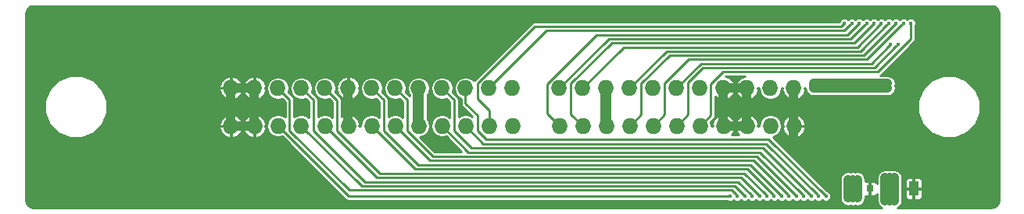
<source format=gbr>
G04 #@! TF.FileFunction,Copper,L1,Top,Signal*
%FSLAX46Y46*%
G04 Gerber Fmt 4.6, Leading zero omitted, Abs format (unit mm)*
G04 Created by KiCad (PCBNEW 4.0.6) date Mon Sep  4 14:46:53 2017*
%MOMM*%
%LPD*%
G01*
G04 APERTURE LIST*
%ADD10C,0.100000*%
%ADD11C,0.500000*%
%ADD12O,1.727200X1.727200*%
%ADD13R,1.000000X1.600000*%
%ADD14R,0.800000X0.750000*%
%ADD15C,0.400000*%
%ADD16C,1.000000*%
%ADD17C,0.300000*%
%ADD18C,1.200000*%
%ADD19C,0.250000*%
G04 APERTURE END LIST*
D10*
D11*
X128651000Y-35433000D03*
X129794000Y-34671000D03*
X131318000Y-34290000D03*
X132842000Y-34671000D03*
X134112000Y-35560000D03*
X134747000Y-36576000D03*
X132842000Y-41656000D03*
X134112000Y-40767000D03*
X134874000Y-39624000D03*
X135128000Y-38100000D03*
X40259000Y-36576000D03*
X39497000Y-35433000D03*
X38354000Y-34671000D03*
X36830000Y-34290000D03*
X35179000Y-34671000D03*
X34036000Y-35433000D03*
X33274000Y-36576000D03*
X33020000Y-38100000D03*
X33274000Y-39497000D03*
X34036000Y-40767000D03*
X35179000Y-41529000D03*
X36703000Y-41910000D03*
X38227000Y-41656000D03*
X39497000Y-40767000D03*
X40259000Y-39624000D03*
D12*
X53558000Y-40180000D03*
X53558000Y-36060000D03*
X56105000Y-40180000D03*
X56098000Y-36060000D03*
X58645000Y-40180000D03*
X58638000Y-36060000D03*
X61178000Y-40180000D03*
X61178000Y-36060000D03*
X63725000Y-40180000D03*
X63718000Y-36060000D03*
X66265000Y-40180000D03*
X66258000Y-36060000D03*
X68805000Y-40180000D03*
X68798000Y-36060000D03*
X71345000Y-40180000D03*
X71338000Y-36060000D03*
X73885000Y-40180000D03*
X73878000Y-36060000D03*
X76425000Y-40180000D03*
X76418000Y-36060000D03*
X78965000Y-40180000D03*
X78958000Y-36060000D03*
X81505000Y-40180000D03*
X81498000Y-36060000D03*
X84045000Y-40180000D03*
X84038000Y-36060000D03*
X89125000Y-40180000D03*
X89118000Y-36060000D03*
X91665000Y-40180000D03*
X91658000Y-36060000D03*
X94205000Y-40180000D03*
X94198000Y-36060000D03*
X96745000Y-40180000D03*
X96738000Y-36060000D03*
X99285000Y-40180000D03*
X99278000Y-36060000D03*
X101825000Y-40180000D03*
X101818000Y-36060000D03*
X104365000Y-40180000D03*
X104358000Y-36060000D03*
X106905000Y-40180000D03*
X106898000Y-36060000D03*
X109445000Y-40180000D03*
X109438000Y-36060000D03*
X111985000Y-40180000D03*
X111978000Y-36060000D03*
X114525000Y-40180000D03*
X114518000Y-36060000D03*
D13*
X124500000Y-47000000D03*
X127500000Y-47000000D03*
D14*
X121250000Y-47000000D03*
X122750000Y-47000000D03*
D11*
X40640000Y-38100000D03*
X124673304Y-35548245D03*
X124670631Y-36049135D03*
X124400000Y-48300000D03*
X124900000Y-48300000D03*
X125400000Y-48300000D03*
X125400000Y-47800000D03*
X125400000Y-47300000D03*
X125400000Y-46800000D03*
X125400000Y-46300000D03*
X125400000Y-45800000D03*
X124900000Y-45800000D03*
X124400000Y-45800000D03*
X121400000Y-48000000D03*
X120900000Y-48000000D03*
X120400000Y-48000000D03*
X120400000Y-47500000D03*
X121400000Y-46000000D03*
X120900000Y-46000000D03*
X120411000Y-46000000D03*
X120411000Y-46500000D03*
X120400000Y-47000000D03*
X116650000Y-35550000D03*
X116650000Y-36050000D03*
X117150000Y-36050000D03*
X120911000Y-36050000D03*
X121400000Y-36050000D03*
X121400000Y-35550000D03*
X117150000Y-35550000D03*
X120900000Y-35550000D03*
X131400000Y-42400000D03*
X130900000Y-42800000D03*
X131400000Y-45300000D03*
X131000000Y-45800000D03*
X121698841Y-43101095D03*
X115000000Y-42000000D03*
X114500000Y-42000000D03*
X114000000Y-42000000D03*
X132450000Y-45300000D03*
X131950000Y-45750000D03*
X130450000Y-45300000D03*
X129950000Y-45750000D03*
X129400000Y-45300000D03*
X128900000Y-45750000D03*
X132400000Y-42350000D03*
X131911000Y-42789000D03*
X129398883Y-42350452D03*
X130400000Y-42350000D03*
X129911000Y-42811000D03*
X128911000Y-42789000D03*
D15*
X127198132Y-28999464D03*
X126397766Y-29001705D03*
X125600675Y-29001705D03*
X122398204Y-29001705D03*
X123999439Y-29001705D03*
X123202348Y-29001705D03*
X121601113Y-29001705D03*
X125003106Y-31302444D03*
X124796530Y-29001705D03*
X125801950Y-31302444D03*
X115599248Y-47801003D03*
X116400185Y-47799711D03*
X117201122Y-47799711D03*
X108401151Y-47799711D03*
X107599646Y-47800772D03*
X109199504Y-47799711D03*
X111599731Y-47799711D03*
X110798794Y-47801003D03*
X110000441Y-47799711D03*
X113199021Y-47801003D03*
X113999958Y-47799711D03*
X114800895Y-47799711D03*
X112400668Y-47799711D03*
X117999475Y-47801003D03*
X119999877Y-29001705D03*
X120796968Y-29001705D03*
D16*
X124400000Y-48300000D02*
X124400000Y-47100000D01*
D17*
X124400000Y-47100000D02*
X124500000Y-47000000D01*
X124671549Y-35550000D02*
X124673304Y-35548245D01*
D16*
X121400000Y-35550000D02*
X124671549Y-35550000D01*
X121400000Y-36050000D02*
X124669766Y-36050000D01*
D17*
X124669766Y-36050000D02*
X124670631Y-36049135D01*
X121449426Y-36000574D02*
X121400000Y-36050000D01*
X121450000Y-35500000D02*
X121400000Y-35550000D01*
X124900000Y-48300000D02*
X124400000Y-48300000D01*
D16*
X124900000Y-48300000D02*
X124900000Y-45800000D01*
X125400000Y-47800000D02*
X125400000Y-48300000D01*
X125400000Y-47800000D02*
X125400000Y-47300000D01*
X125400000Y-46800000D02*
X125400000Y-47300000D01*
X125400000Y-46800000D02*
X125400000Y-46300000D01*
X125400000Y-45800000D02*
X125400000Y-46300000D01*
D17*
X124900000Y-45800000D02*
X125400000Y-45800000D01*
X124900000Y-45800000D02*
X124400000Y-45800000D01*
D16*
X124400000Y-45800000D02*
X124400000Y-46900000D01*
D17*
X124400000Y-46900000D02*
X124500000Y-47000000D01*
X120400000Y-47000000D02*
X121250000Y-47000000D01*
X120400000Y-48000000D02*
X120400000Y-47000000D01*
D16*
X120900000Y-48000000D02*
X120900000Y-46000000D01*
X121400000Y-48000000D02*
X121400000Y-46000000D01*
X120411000Y-46500000D02*
X120411000Y-46000000D01*
X120400000Y-47000000D02*
X120400000Y-46511000D01*
D17*
X120400000Y-46511000D02*
X120411000Y-46500000D01*
D16*
X120400000Y-47500000D02*
X120400000Y-47000000D01*
X120400000Y-48000000D02*
X120400000Y-47500000D01*
D17*
X120400000Y-48000000D02*
X120400000Y-47850000D01*
D16*
X120911000Y-36050000D02*
X121400000Y-36050000D01*
X121400000Y-35550000D02*
X120900000Y-35550000D01*
X121400000Y-35550000D02*
X121400000Y-36050000D01*
D17*
X120911000Y-36050000D02*
X120911000Y-35561000D01*
X120911000Y-35561000D02*
X120900000Y-35550000D01*
D16*
X116650000Y-35550000D02*
X116650000Y-36050000D01*
D17*
X117150000Y-35550000D02*
X117150000Y-36050000D01*
D16*
X117150000Y-35550000D02*
X116650000Y-35550000D01*
X117150000Y-36050000D02*
X116650000Y-36050000D01*
X120911000Y-36050000D02*
X117150000Y-36050000D01*
X120900000Y-35550000D02*
X117150000Y-35550000D01*
D18*
X73878000Y-36060000D02*
X73878000Y-40173000D01*
D17*
X73878000Y-40173000D02*
X73885000Y-40180000D01*
D18*
X94198000Y-36060000D02*
X94198000Y-40173000D01*
D17*
X94198000Y-40173000D02*
X94205000Y-40180000D01*
D16*
X109438000Y-36060000D02*
X109438000Y-38000000D01*
X109438000Y-38000000D02*
X109438000Y-40173000D01*
D17*
X109500000Y-37500000D02*
X109500000Y-37853553D01*
X109500000Y-37853553D02*
X109438000Y-37915553D01*
X109438000Y-37915553D02*
X109438000Y-38000000D01*
D16*
X106898000Y-36060000D02*
X106898000Y-37450000D01*
X106898000Y-37450000D02*
X106898000Y-40173000D01*
D19*
X106948000Y-37500000D02*
X106898000Y-37450000D01*
D16*
X114500000Y-42000000D02*
X114500000Y-40205000D01*
D17*
X114500000Y-40205000D02*
X114525000Y-40180000D01*
D16*
X66258000Y-36060000D02*
X66258000Y-40173000D01*
D17*
X66258000Y-40173000D02*
X66265000Y-40180000D01*
D16*
X56098000Y-36060000D02*
X53558000Y-36060000D01*
X53558000Y-40180000D02*
X53558000Y-36060000D01*
X56105000Y-40180000D02*
X53558000Y-40180000D01*
X56098000Y-36060000D02*
X56098000Y-40173000D01*
D17*
X56098000Y-40173000D02*
X56105000Y-40180000D01*
D16*
X114518000Y-36060000D02*
X114518000Y-40173000D01*
D17*
X114518000Y-40173000D02*
X114525000Y-40180000D01*
D16*
X109445000Y-40180000D02*
X106905000Y-40180000D01*
X106898000Y-36060000D02*
X109438000Y-36060000D01*
D17*
X109438000Y-40173000D02*
X109445000Y-40180000D01*
X106898000Y-40173000D02*
X106905000Y-40180000D01*
D19*
X104365000Y-40180000D02*
X105546601Y-38998399D01*
X127198132Y-29282306D02*
X127198132Y-28999464D01*
X105546601Y-38998399D02*
X105546601Y-35652269D01*
X105546601Y-35652269D02*
X106898870Y-34300000D01*
X123596050Y-34300000D02*
X127198132Y-30697918D01*
X106898870Y-34300000D02*
X123596050Y-34300000D01*
X127198132Y-30697918D02*
X127198132Y-29282306D01*
X122449504Y-32949967D02*
X126197767Y-29201704D01*
X100544735Y-38920265D02*
X100544735Y-35574135D01*
X103168903Y-32949967D02*
X122449504Y-32949967D01*
X100544735Y-35574135D02*
X103168903Y-32949967D01*
X99285000Y-40180000D02*
X100544735Y-38920265D01*
X126197767Y-29201704D02*
X126397766Y-29001705D01*
X101078914Y-32499956D02*
X122102424Y-32499956D01*
X122102424Y-32499956D02*
X125400676Y-29201704D01*
X98009104Y-35569766D02*
X101078914Y-32499956D01*
X125400676Y-29201704D02*
X125600675Y-29001705D01*
X98009104Y-38915896D02*
X98009104Y-35569766D01*
X96745000Y-40180000D02*
X98009104Y-38915896D01*
X122198205Y-29201704D02*
X122398204Y-29001705D01*
X89118000Y-36060000D02*
X94478088Y-30699912D01*
X120699997Y-30699912D02*
X122198205Y-29201704D01*
X94478088Y-30699912D02*
X120699997Y-30699912D01*
X123799440Y-29201704D02*
X123999439Y-29001705D01*
X121401210Y-31599934D02*
X123799440Y-29201704D01*
X91658000Y-36060000D02*
X96118066Y-31599934D01*
X96118066Y-31599934D02*
X121401210Y-31599934D01*
X91665000Y-40180000D02*
X90392381Y-38907381D01*
X121054130Y-31149923D02*
X123002349Y-29201704D01*
X94808947Y-31149923D02*
X121054130Y-31149923D01*
X90392381Y-35566489D02*
X94808947Y-31149923D01*
X90392381Y-38907381D02*
X90392381Y-35566489D01*
X123002349Y-29201704D02*
X123202348Y-29001705D01*
X93168969Y-30249901D02*
X120352917Y-30249901D01*
X121401114Y-29201704D02*
X121601113Y-29001705D01*
X87788708Y-35630162D02*
X93168969Y-30249901D01*
X120352917Y-30249901D02*
X121401114Y-29201704D01*
X87788708Y-38843708D02*
X87788708Y-35630162D01*
X89125000Y-40180000D02*
X87788708Y-38843708D01*
X124803107Y-31502443D02*
X125003106Y-31302444D01*
X122905572Y-33399978D02*
X124803107Y-31502443D01*
X104478022Y-33399978D02*
X122905572Y-33399978D01*
X101818000Y-36060000D02*
X104478022Y-33399978D01*
X96738000Y-36060000D02*
X100748055Y-32049945D01*
X121748290Y-32049945D02*
X124596531Y-29201704D01*
X100748055Y-32049945D02*
X121748290Y-32049945D01*
X124596531Y-29201704D02*
X124796530Y-29001705D01*
X125601951Y-31502443D02*
X125801950Y-31302444D01*
X123254405Y-33849989D02*
X125601951Y-31502443D01*
X103080367Y-35436023D02*
X104666401Y-33849989D01*
X103080367Y-38924633D02*
X103080367Y-35436023D01*
X104666401Y-33849989D02*
X123254405Y-33849989D01*
X101825000Y-40180000D02*
X103080367Y-38924633D01*
X115399249Y-47601004D02*
X115599248Y-47801003D01*
X79283273Y-43038273D02*
X110836518Y-43038273D01*
X76425000Y-40180000D02*
X79283273Y-43038273D01*
X110836518Y-43038273D02*
X115399249Y-47601004D01*
X76418000Y-36060000D02*
X77701234Y-37343234D01*
X77701234Y-37343234D02*
X77701234Y-40675364D01*
X116200186Y-47599712D02*
X116400185Y-47799711D01*
X77701234Y-40675364D02*
X79611320Y-42585450D01*
X79611320Y-42585450D02*
X111185924Y-42585450D01*
X111185924Y-42585450D02*
X116200186Y-47599712D01*
X117001123Y-47599712D02*
X117201122Y-47799711D01*
X80909145Y-42124145D02*
X111525556Y-42124145D01*
X78965000Y-40180000D02*
X80909145Y-42124145D01*
X111525556Y-42124145D02*
X117001123Y-47599712D01*
X108201152Y-47599712D02*
X108401151Y-47799711D01*
X107777350Y-47175910D02*
X108201152Y-47599712D01*
X66384120Y-47175910D02*
X107777350Y-47175910D01*
X59909061Y-40700851D02*
X66384120Y-47175910D01*
X59909061Y-37331061D02*
X59909061Y-40700851D01*
X58638000Y-36060000D02*
X59909061Y-37331061D01*
X107316804Y-47800772D02*
X107599646Y-47800772D01*
X66265772Y-47800772D02*
X107316804Y-47800772D01*
X58645000Y-40180000D02*
X66265772Y-47800772D01*
X108999505Y-47599712D02*
X109199504Y-47799711D01*
X67723899Y-46725899D02*
X108125692Y-46725899D01*
X61178000Y-40180000D02*
X67723899Y-46725899D01*
X108125692Y-46725899D02*
X108999505Y-47599712D01*
X111399732Y-47599712D02*
X111599731Y-47799711D01*
X109144305Y-45344285D02*
X111399732Y-47599712D01*
X69670155Y-45344285D02*
X109144305Y-45344285D01*
X65018967Y-40693097D02*
X69670155Y-45344285D01*
X65018967Y-37360967D02*
X65018967Y-40693097D01*
X63718000Y-36060000D02*
X65018967Y-37360967D01*
X110598795Y-47601004D02*
X110798794Y-47801003D01*
X69350487Y-45805487D02*
X108803278Y-45805487D01*
X63725000Y-40180000D02*
X69350487Y-45805487D01*
X108803278Y-45805487D02*
X110598795Y-47601004D01*
X109800442Y-47599712D02*
X110000441Y-47799711D01*
X108476618Y-46275888D02*
X109800442Y-47599712D01*
X68061758Y-46275888D02*
X108476618Y-46275888D01*
X62471887Y-40686017D02*
X68061758Y-46275888D01*
X62471887Y-37353887D02*
X62471887Y-40686017D01*
X61178000Y-36060000D02*
X62471887Y-37353887D01*
X73827750Y-44421880D02*
X109819898Y-44421880D01*
X70083679Y-37345679D02*
X70083679Y-40677809D01*
X70083679Y-40677809D02*
X73827750Y-44421880D01*
X68798000Y-36060000D02*
X70083679Y-37345679D01*
X109819898Y-44421880D02*
X112999022Y-47601004D01*
X112999022Y-47601004D02*
X113199021Y-47801003D01*
X113799959Y-47599712D02*
X113999958Y-47799711D01*
X71345000Y-40180000D02*
X75125678Y-43960678D01*
X75125678Y-43960678D02*
X110160925Y-43960678D01*
X110160925Y-43960678D02*
X113799959Y-47599712D01*
X110500660Y-43499476D02*
X114600896Y-47599712D01*
X75445346Y-43499476D02*
X110500660Y-43499476D01*
X72629648Y-40683778D02*
X75445346Y-43499476D01*
X72629648Y-37351648D02*
X72629648Y-40683778D01*
X71338000Y-36060000D02*
X72629648Y-37351648D01*
X114600896Y-47599712D02*
X114800895Y-47799711D01*
X112200669Y-47599712D02*
X112400668Y-47799711D01*
X73508083Y-44883083D02*
X109484040Y-44883083D01*
X68805000Y-40180000D02*
X73508083Y-44883083D01*
X109484040Y-44883083D02*
X112200669Y-47599712D01*
X117999475Y-47801003D02*
X111799095Y-41600623D01*
X111799095Y-41600623D02*
X81166493Y-41600623D01*
X80238830Y-39029607D02*
X78958000Y-37748777D01*
X81166493Y-41600623D02*
X80238830Y-40672960D01*
X80238830Y-40672960D02*
X80238830Y-39029607D01*
X78958000Y-37748777D02*
X78958000Y-36060000D01*
X81505000Y-40180000D02*
X81505000Y-38498936D01*
X86458262Y-29340608D02*
X119666303Y-29340608D01*
X81505000Y-38498936D02*
X80249001Y-37242937D01*
X80249001Y-37242937D02*
X80249001Y-35549869D01*
X80249001Y-35549869D02*
X86458262Y-29340608D01*
X119666303Y-29340608D02*
X119999877Y-29007034D01*
X119999877Y-29007034D02*
X119999877Y-29001705D01*
X120596969Y-29201704D02*
X120796968Y-29001705D01*
X87758110Y-29799890D02*
X119998783Y-29799890D01*
X81498000Y-36060000D02*
X87758110Y-29799890D01*
X119998783Y-29799890D02*
X120596969Y-29201704D01*
G36*
X136200426Y-27190563D02*
X136463594Y-27366406D01*
X136639437Y-27629574D01*
X136710000Y-27984319D01*
X136710000Y-48215681D01*
X136639437Y-48570426D01*
X136463594Y-48833594D01*
X136200426Y-49009437D01*
X135845680Y-49080000D01*
X125777344Y-49080000D01*
X126018718Y-48918718D01*
X126208395Y-48634848D01*
X126275000Y-48300000D01*
X126275000Y-47131250D01*
X126575000Y-47131250D01*
X126575000Y-47884538D01*
X126639702Y-48040743D01*
X126759257Y-48160298D01*
X126915462Y-48225000D01*
X127368750Y-48225000D01*
X127475000Y-48118750D01*
X127475000Y-47025000D01*
X127525000Y-47025000D01*
X127525000Y-48118750D01*
X127631250Y-48225000D01*
X128084538Y-48225000D01*
X128240743Y-48160298D01*
X128360298Y-48040743D01*
X128425000Y-47884538D01*
X128425000Y-47131250D01*
X128318750Y-47025000D01*
X127525000Y-47025000D01*
X127475000Y-47025000D01*
X126681250Y-47025000D01*
X126575000Y-47131250D01*
X126275000Y-47131250D01*
X126275000Y-46115462D01*
X126575000Y-46115462D01*
X126575000Y-46868750D01*
X126681250Y-46975000D01*
X127475000Y-46975000D01*
X127475000Y-45881250D01*
X127525000Y-45881250D01*
X127525000Y-46975000D01*
X128318750Y-46975000D01*
X128425000Y-46868750D01*
X128425000Y-46115462D01*
X128360298Y-45959257D01*
X128240743Y-45839702D01*
X128084538Y-45775000D01*
X127631250Y-45775000D01*
X127525000Y-45881250D01*
X127475000Y-45881250D01*
X127368750Y-45775000D01*
X126915462Y-45775000D01*
X126759257Y-45839702D01*
X126639702Y-45959257D01*
X126575000Y-46115462D01*
X126275000Y-46115462D01*
X126275000Y-45800000D01*
X126208395Y-45465152D01*
X126018718Y-45181282D01*
X125734848Y-44991605D01*
X125400000Y-44925000D01*
X125150000Y-44974728D01*
X124900000Y-44925000D01*
X124650000Y-44974728D01*
X124400000Y-44925000D01*
X124065152Y-44991605D01*
X123781282Y-45181282D01*
X123591605Y-45465152D01*
X123525000Y-45800000D01*
X123525000Y-46419751D01*
X123510298Y-46384257D01*
X123390743Y-46264702D01*
X123234538Y-46200000D01*
X122881250Y-46200000D01*
X122775000Y-46306250D01*
X122775000Y-46975000D01*
X122795000Y-46975000D01*
X122795000Y-47025000D01*
X122775000Y-47025000D01*
X122775000Y-47693750D01*
X122881250Y-47800000D01*
X123234538Y-47800000D01*
X123390743Y-47735298D01*
X123510298Y-47615743D01*
X123525000Y-47580249D01*
X123525000Y-48300000D01*
X123591605Y-48634848D01*
X123781282Y-48918718D01*
X124022656Y-49080000D01*
X32175319Y-49080000D01*
X31820574Y-49009437D01*
X31557406Y-48833594D01*
X31381563Y-48570426D01*
X31311000Y-48215680D01*
X31311000Y-38768384D01*
X33382416Y-38768384D01*
X33895146Y-40009286D01*
X34843720Y-40959517D01*
X36083726Y-41474413D01*
X37426384Y-41475584D01*
X38667286Y-40962854D01*
X39224876Y-40406236D01*
X52289416Y-40406236D01*
X52299401Y-40456453D01*
X52501000Y-40917054D01*
X52863518Y-41265445D01*
X53331764Y-41448587D01*
X53533000Y-41362110D01*
X53533000Y-40205000D01*
X53583000Y-40205000D01*
X53583000Y-41362110D01*
X53784236Y-41448587D01*
X54252482Y-41265445D01*
X54615000Y-40917054D01*
X54816599Y-40456453D01*
X54826584Y-40406236D01*
X54836416Y-40406236D01*
X54846401Y-40456453D01*
X55048000Y-40917054D01*
X55410518Y-41265445D01*
X55878764Y-41448587D01*
X56080000Y-41362110D01*
X56080000Y-40205000D01*
X54922914Y-40205000D01*
X54836416Y-40406236D01*
X54826584Y-40406236D01*
X54740086Y-40205000D01*
X53583000Y-40205000D01*
X53533000Y-40205000D01*
X52375914Y-40205000D01*
X52289416Y-40406236D01*
X39224876Y-40406236D01*
X39617517Y-40014280D01*
X39642645Y-39953764D01*
X52289416Y-39953764D01*
X52375914Y-40155000D01*
X53533000Y-40155000D01*
X53533000Y-38997890D01*
X53583000Y-38997890D01*
X53583000Y-40155000D01*
X54740086Y-40155000D01*
X54826584Y-39953764D01*
X54836416Y-39953764D01*
X54922914Y-40155000D01*
X56080000Y-40155000D01*
X56080000Y-38997890D01*
X55878764Y-38911413D01*
X55410518Y-39094555D01*
X55048000Y-39442946D01*
X54846401Y-39903547D01*
X54836416Y-39953764D01*
X54826584Y-39953764D01*
X54816599Y-39903547D01*
X54615000Y-39442946D01*
X54252482Y-39094555D01*
X53784236Y-38911413D01*
X53583000Y-38997890D01*
X53533000Y-38997890D01*
X53331764Y-38911413D01*
X52863518Y-39094555D01*
X52501000Y-39442946D01*
X52299401Y-39903547D01*
X52289416Y-39953764D01*
X39642645Y-39953764D01*
X40132413Y-38774274D01*
X40133584Y-37431616D01*
X39660323Y-36286236D01*
X52289416Y-36286236D01*
X52299401Y-36336453D01*
X52501000Y-36797054D01*
X52863518Y-37145445D01*
X53331764Y-37328587D01*
X53533000Y-37242110D01*
X53533000Y-36085000D01*
X53583000Y-36085000D01*
X53583000Y-37242110D01*
X53784236Y-37328587D01*
X54252482Y-37145445D01*
X54615000Y-36797054D01*
X54816599Y-36336453D01*
X54826584Y-36286236D01*
X54829416Y-36286236D01*
X54839401Y-36336453D01*
X55041000Y-36797054D01*
X55403518Y-37145445D01*
X55871764Y-37328587D01*
X56073000Y-37242110D01*
X56073000Y-36085000D01*
X54915914Y-36085000D01*
X54829416Y-36286236D01*
X54826584Y-36286236D01*
X54740086Y-36085000D01*
X53583000Y-36085000D01*
X53533000Y-36085000D01*
X52375914Y-36085000D01*
X52289416Y-36286236D01*
X39660323Y-36286236D01*
X39620854Y-36190714D01*
X39264527Y-35833764D01*
X52289416Y-35833764D01*
X52375914Y-36035000D01*
X53533000Y-36035000D01*
X53533000Y-34877890D01*
X53583000Y-34877890D01*
X53583000Y-36035000D01*
X54740086Y-36035000D01*
X54826584Y-35833764D01*
X54829416Y-35833764D01*
X54915914Y-36035000D01*
X56073000Y-36035000D01*
X56073000Y-34877890D01*
X56123000Y-34877890D01*
X56123000Y-36035000D01*
X56143000Y-36035000D01*
X56143000Y-36085000D01*
X56123000Y-36085000D01*
X56123000Y-37242110D01*
X56324236Y-37328587D01*
X56792482Y-37145445D01*
X57155000Y-36797054D01*
X57356599Y-36336453D01*
X57366584Y-36286236D01*
X57280087Y-36085002D01*
X57380107Y-36085002D01*
X57469417Y-36533992D01*
X57737912Y-36935822D01*
X58139742Y-37204317D01*
X58613734Y-37298600D01*
X58662266Y-37298600D01*
X59085339Y-37214445D01*
X59409061Y-37538168D01*
X59409061Y-39213287D01*
X59143258Y-39035683D01*
X58669266Y-38941400D01*
X58620734Y-38941400D01*
X58146742Y-39035683D01*
X57744912Y-39304178D01*
X57476417Y-39706008D01*
X57387107Y-40154998D01*
X57287087Y-40154998D01*
X57373584Y-39953764D01*
X57363599Y-39903547D01*
X57162000Y-39442946D01*
X56799482Y-39094555D01*
X56331236Y-38911413D01*
X56130000Y-38997890D01*
X56130000Y-40155000D01*
X56150000Y-40155000D01*
X56150000Y-40205000D01*
X56130000Y-40205000D01*
X56130000Y-41362110D01*
X56331236Y-41448587D01*
X56799482Y-41265445D01*
X57162000Y-40917054D01*
X57363599Y-40456453D01*
X57373584Y-40406236D01*
X57287087Y-40205002D01*
X57387107Y-40205002D01*
X57476417Y-40653992D01*
X57744912Y-41055822D01*
X58146742Y-41324317D01*
X58620734Y-41418600D01*
X58669266Y-41418600D01*
X59092339Y-41334445D01*
X65912219Y-48154325D01*
X66074430Y-48262712D01*
X66265772Y-48300772D01*
X107304390Y-48300772D01*
X107484770Y-48375672D01*
X107713519Y-48375872D01*
X107924932Y-48288518D01*
X108000919Y-48212664D01*
X108075014Y-48286888D01*
X108286275Y-48374611D01*
X108515024Y-48374811D01*
X108726437Y-48287457D01*
X108800315Y-48213708D01*
X108873367Y-48286888D01*
X109084628Y-48374611D01*
X109313377Y-48374811D01*
X109524790Y-48287457D01*
X109599962Y-48212416D01*
X109674304Y-48286888D01*
X109885565Y-48374611D01*
X110114314Y-48374811D01*
X110325727Y-48287457D01*
X110398959Y-48214353D01*
X110472657Y-48288180D01*
X110683918Y-48375903D01*
X110912667Y-48376103D01*
X111124080Y-48288749D01*
X111199898Y-48213063D01*
X111273594Y-48286888D01*
X111484855Y-48374611D01*
X111713604Y-48374811D01*
X111925017Y-48287457D01*
X112000189Y-48212416D01*
X112074531Y-48286888D01*
X112285792Y-48374611D01*
X112514541Y-48374811D01*
X112725954Y-48287457D01*
X112799186Y-48214353D01*
X112872884Y-48288180D01*
X113084145Y-48375903D01*
X113312894Y-48376103D01*
X113524307Y-48288749D01*
X113600125Y-48213063D01*
X113673821Y-48286888D01*
X113885082Y-48374611D01*
X114113831Y-48374811D01*
X114325244Y-48287457D01*
X114400416Y-48212416D01*
X114474758Y-48286888D01*
X114686019Y-48374611D01*
X114914768Y-48374811D01*
X115126181Y-48287457D01*
X115199413Y-48214353D01*
X115273111Y-48288180D01*
X115484372Y-48375903D01*
X115713121Y-48376103D01*
X115924534Y-48288749D01*
X116000352Y-48213063D01*
X116074048Y-48286888D01*
X116285309Y-48374611D01*
X116514058Y-48374811D01*
X116725471Y-48287457D01*
X116800643Y-48212416D01*
X116874985Y-48286888D01*
X117086246Y-48374611D01*
X117314995Y-48374811D01*
X117526408Y-48287457D01*
X117599640Y-48214353D01*
X117673338Y-48288180D01*
X117884599Y-48375903D01*
X118113348Y-48376103D01*
X118324761Y-48288749D01*
X118486652Y-48127140D01*
X118574375Y-47915879D01*
X118574575Y-47687130D01*
X118487221Y-47475717D01*
X118325612Y-47313826D01*
X118143988Y-47238410D01*
X117416578Y-46511000D01*
X119525000Y-46511000D01*
X119525000Y-48000000D01*
X119591605Y-48334848D01*
X119781282Y-48618718D01*
X120065152Y-48808395D01*
X120400000Y-48875000D01*
X120650000Y-48825272D01*
X120900000Y-48875000D01*
X121150000Y-48825272D01*
X121400000Y-48875000D01*
X121734848Y-48808395D01*
X122018718Y-48618718D01*
X122208395Y-48334848D01*
X122275000Y-48000000D01*
X122275000Y-47800000D01*
X122618750Y-47800000D01*
X122725000Y-47693750D01*
X122725000Y-47025000D01*
X122705000Y-47025000D01*
X122705000Y-46975000D01*
X122725000Y-46975000D01*
X122725000Y-46306250D01*
X122618750Y-46200000D01*
X122275000Y-46200000D01*
X122275000Y-46000000D01*
X122208395Y-45665152D01*
X122018718Y-45381282D01*
X121734848Y-45191605D01*
X121400000Y-45125000D01*
X121150000Y-45174728D01*
X120900000Y-45125000D01*
X120655500Y-45173634D01*
X120411000Y-45125000D01*
X120076152Y-45191605D01*
X119792282Y-45381282D01*
X119602605Y-45665152D01*
X119536000Y-46000000D01*
X119536000Y-46455699D01*
X119525000Y-46511000D01*
X117416578Y-46511000D01*
X112271931Y-41366353D01*
X112483258Y-41324317D01*
X112885088Y-41055822D01*
X113153583Y-40653992D01*
X113242893Y-40205002D01*
X113342913Y-40205002D01*
X113256416Y-40406236D01*
X113266401Y-40456453D01*
X113468000Y-40917054D01*
X113830518Y-41265445D01*
X114298764Y-41448587D01*
X114500000Y-41362110D01*
X114500000Y-40205000D01*
X114550000Y-40205000D01*
X114550000Y-41362110D01*
X114751236Y-41448587D01*
X115219482Y-41265445D01*
X115582000Y-40917054D01*
X115783599Y-40456453D01*
X115793584Y-40406236D01*
X115707086Y-40205000D01*
X114550000Y-40205000D01*
X114500000Y-40205000D01*
X114480000Y-40205000D01*
X114480000Y-40155000D01*
X114500000Y-40155000D01*
X114500000Y-38997890D01*
X114550000Y-38997890D01*
X114550000Y-40155000D01*
X115707086Y-40155000D01*
X115793584Y-39953764D01*
X115783599Y-39903547D01*
X115582000Y-39442946D01*
X115219482Y-39094555D01*
X114751236Y-38911413D01*
X114550000Y-38997890D01*
X114500000Y-38997890D01*
X114298764Y-38911413D01*
X113830518Y-39094555D01*
X113468000Y-39442946D01*
X113266401Y-39903547D01*
X113256416Y-39953764D01*
X113342913Y-40154998D01*
X113242893Y-40154998D01*
X113153583Y-39706008D01*
X112885088Y-39304178D01*
X112483258Y-39035683D01*
X112009266Y-38941400D01*
X111960734Y-38941400D01*
X111486742Y-39035683D01*
X111084912Y-39304178D01*
X110816417Y-39706008D01*
X110727107Y-40154998D01*
X110627087Y-40154998D01*
X110713584Y-39953764D01*
X110703599Y-39903547D01*
X110502000Y-39442946D01*
X110139482Y-39094555D01*
X109671236Y-38911413D01*
X109470000Y-38997890D01*
X109470000Y-40155000D01*
X109490000Y-40155000D01*
X109490000Y-40205000D01*
X109470000Y-40205000D01*
X109470000Y-40225000D01*
X109420000Y-40225000D01*
X109420000Y-40205000D01*
X108262914Y-40205000D01*
X108176416Y-40406236D01*
X108186401Y-40456453D01*
X108388000Y-40917054D01*
X108579013Y-41100623D01*
X107770987Y-41100623D01*
X107962000Y-40917054D01*
X108163599Y-40456453D01*
X108173584Y-40406236D01*
X108087086Y-40205000D01*
X106930000Y-40205000D01*
X106930000Y-40225000D01*
X106880000Y-40225000D01*
X106880000Y-40205000D01*
X106860000Y-40205000D01*
X106860000Y-40155000D01*
X106880000Y-40155000D01*
X106880000Y-38997890D01*
X106930000Y-38997890D01*
X106930000Y-40155000D01*
X108087086Y-40155000D01*
X108173584Y-39953764D01*
X108176416Y-39953764D01*
X108262914Y-40155000D01*
X109420000Y-40155000D01*
X109420000Y-38997890D01*
X109218764Y-38911413D01*
X108750518Y-39094555D01*
X108388000Y-39442946D01*
X108186401Y-39903547D01*
X108176416Y-39953764D01*
X108173584Y-39953764D01*
X108163599Y-39903547D01*
X107962000Y-39442946D01*
X107599482Y-39094555D01*
X107131236Y-38911413D01*
X106930000Y-38997890D01*
X106880000Y-38997890D01*
X106678764Y-38911413D01*
X106210518Y-39094555D01*
X105848000Y-39442946D01*
X105646401Y-39903547D01*
X105636416Y-39953764D01*
X105722913Y-40154998D01*
X105622893Y-40154998D01*
X105535659Y-39716447D01*
X105900154Y-39351953D01*
X106008541Y-39189741D01*
X106046601Y-38998399D01*
X106046601Y-38768384D01*
X127942416Y-38768384D01*
X128455146Y-40009286D01*
X129403720Y-40959517D01*
X130643726Y-41474413D01*
X131986384Y-41475584D01*
X133227286Y-40962854D01*
X134177517Y-40014280D01*
X134692413Y-38774274D01*
X134693584Y-37431616D01*
X134180854Y-36190714D01*
X133232280Y-35240483D01*
X131992274Y-34725587D01*
X130649616Y-34724416D01*
X129408714Y-35237146D01*
X128458483Y-36185720D01*
X127943587Y-37425726D01*
X127942416Y-38768384D01*
X106046601Y-38768384D01*
X106046601Y-36994643D01*
X106203518Y-37145445D01*
X106671764Y-37328587D01*
X106873000Y-37242110D01*
X106873000Y-36085000D01*
X106923000Y-36085000D01*
X106923000Y-37242110D01*
X107124236Y-37328587D01*
X107592482Y-37145445D01*
X107955000Y-36797054D01*
X108156599Y-36336453D01*
X108166584Y-36286236D01*
X108169416Y-36286236D01*
X108179401Y-36336453D01*
X108381000Y-36797054D01*
X108743518Y-37145445D01*
X109211764Y-37328587D01*
X109413000Y-37242110D01*
X109413000Y-36085000D01*
X108255914Y-36085000D01*
X108169416Y-36286236D01*
X108166584Y-36286236D01*
X108080086Y-36085000D01*
X106923000Y-36085000D01*
X106873000Y-36085000D01*
X106853000Y-36085000D01*
X106853000Y-36035000D01*
X106873000Y-36035000D01*
X106873000Y-36015000D01*
X106923000Y-36015000D01*
X106923000Y-36035000D01*
X108080086Y-36035000D01*
X108166584Y-35833764D01*
X108156599Y-35783547D01*
X107955000Y-35322946D01*
X107592482Y-34974555D01*
X107146191Y-34800000D01*
X109189809Y-34800000D01*
X108743518Y-34974555D01*
X108381000Y-35322946D01*
X108179401Y-35783547D01*
X108169416Y-35833764D01*
X108255914Y-36035000D01*
X109413000Y-36035000D01*
X109413000Y-36015000D01*
X109463000Y-36015000D01*
X109463000Y-36035000D01*
X109483000Y-36035000D01*
X109483000Y-36085000D01*
X109463000Y-36085000D01*
X109463000Y-37242110D01*
X109664236Y-37328587D01*
X110132482Y-37145445D01*
X110495000Y-36797054D01*
X110696599Y-36336453D01*
X110706584Y-36286236D01*
X110620087Y-36085002D01*
X110720107Y-36085002D01*
X110809417Y-36533992D01*
X111077912Y-36935822D01*
X111479742Y-37204317D01*
X111953734Y-37298600D01*
X112002266Y-37298600D01*
X112476258Y-37204317D01*
X112878088Y-36935822D01*
X113146583Y-36533992D01*
X113235893Y-36085002D01*
X113335913Y-36085002D01*
X113249416Y-36286236D01*
X113259401Y-36336453D01*
X113461000Y-36797054D01*
X113823518Y-37145445D01*
X114291764Y-37328587D01*
X114493000Y-37242110D01*
X114493000Y-36085000D01*
X114473000Y-36085000D01*
X114473000Y-36035000D01*
X114493000Y-36035000D01*
X114493000Y-36015000D01*
X114543000Y-36015000D01*
X114543000Y-36035000D01*
X114563000Y-36035000D01*
X114563000Y-36085000D01*
X114543000Y-36085000D01*
X114543000Y-37242110D01*
X114744236Y-37328587D01*
X115212482Y-37145445D01*
X115575000Y-36797054D01*
X115776599Y-36336453D01*
X115786584Y-36286236D01*
X115700087Y-36085002D01*
X115781962Y-36085002D01*
X115841605Y-36384848D01*
X116031282Y-36668718D01*
X116315152Y-36858395D01*
X116650000Y-36925000D01*
X124669766Y-36925000D01*
X125004614Y-36858395D01*
X125288484Y-36668718D01*
X125478161Y-36384848D01*
X125544766Y-36050000D01*
X125495930Y-35804482D01*
X125546549Y-35550000D01*
X125479944Y-35215152D01*
X125290267Y-34931282D01*
X125006397Y-34741605D01*
X124671549Y-34675000D01*
X123917506Y-34675000D01*
X123949603Y-34653553D01*
X127551685Y-31051472D01*
X127660072Y-30889260D01*
X127677340Y-30802445D01*
X127698132Y-30697918D01*
X127698132Y-29294720D01*
X127773032Y-29114340D01*
X127773232Y-28885591D01*
X127685878Y-28674178D01*
X127524269Y-28512287D01*
X127313008Y-28424564D01*
X127084259Y-28424364D01*
X126872846Y-28511718D01*
X126796840Y-28587592D01*
X126723903Y-28514528D01*
X126512642Y-28426805D01*
X126283893Y-28426605D01*
X126072480Y-28513959D01*
X125999235Y-28587077D01*
X125926812Y-28514528D01*
X125715551Y-28426805D01*
X125486802Y-28426605D01*
X125275389Y-28513959D01*
X125198610Y-28590604D01*
X125122667Y-28514528D01*
X124911406Y-28426805D01*
X124682657Y-28426605D01*
X124471244Y-28513959D01*
X124397999Y-28587077D01*
X124325576Y-28514528D01*
X124114315Y-28426805D01*
X123885566Y-28426605D01*
X123674153Y-28513959D01*
X123600908Y-28587077D01*
X123528485Y-28514528D01*
X123317224Y-28426805D01*
X123088475Y-28426605D01*
X122877062Y-28513959D01*
X122800284Y-28590603D01*
X122724341Y-28514528D01*
X122513080Y-28426805D01*
X122284331Y-28426605D01*
X122072918Y-28513959D01*
X121999673Y-28587077D01*
X121927250Y-28514528D01*
X121715989Y-28426805D01*
X121487240Y-28426605D01*
X121275827Y-28513959D01*
X121199048Y-28590604D01*
X121123105Y-28514528D01*
X120911844Y-28426805D01*
X120683095Y-28426605D01*
X120471682Y-28513959D01*
X120398437Y-28587077D01*
X120326014Y-28514528D01*
X120114753Y-28426805D01*
X119886004Y-28426605D01*
X119674591Y-28513959D01*
X119512700Y-28675568D01*
X119444170Y-28840608D01*
X86458262Y-28840608D01*
X86266920Y-28878668D01*
X86104709Y-28987055D01*
X79895448Y-35196316D01*
X79880823Y-35218203D01*
X79858088Y-35184178D01*
X79456258Y-34915683D01*
X78982266Y-34821400D01*
X78933734Y-34821400D01*
X78459742Y-34915683D01*
X78057912Y-35184178D01*
X77789417Y-35586008D01*
X77695134Y-36060000D01*
X77789417Y-36533992D01*
X78057912Y-36935822D01*
X78458000Y-37203153D01*
X78458000Y-37748777D01*
X78477275Y-37845679D01*
X78496060Y-37940119D01*
X78604447Y-38102330D01*
X79687902Y-39185786D01*
X79463258Y-39035683D01*
X78989266Y-38941400D01*
X78940734Y-38941400D01*
X78466742Y-39035683D01*
X78201234Y-39213090D01*
X78201234Y-37343234D01*
X78163174Y-37151892D01*
X78054787Y-36989681D01*
X77588659Y-36523553D01*
X77680866Y-36060000D01*
X77586583Y-35586008D01*
X77318088Y-35184178D01*
X76916258Y-34915683D01*
X76442266Y-34821400D01*
X76393734Y-34821400D01*
X75919742Y-34915683D01*
X75517912Y-35184178D01*
X75249417Y-35586008D01*
X75155134Y-36060000D01*
X75249417Y-36533992D01*
X75517912Y-36935822D01*
X75919742Y-37204317D01*
X76393734Y-37298600D01*
X76442266Y-37298600D01*
X76865339Y-37214445D01*
X77201234Y-37550340D01*
X77201234Y-39221421D01*
X76923258Y-39035683D01*
X76449266Y-38941400D01*
X76400734Y-38941400D01*
X75926742Y-39035683D01*
X75524912Y-39304178D01*
X75256417Y-39706008D01*
X75162134Y-40180000D01*
X75256417Y-40653992D01*
X75524912Y-41055822D01*
X75926742Y-41324317D01*
X76400734Y-41418600D01*
X76449266Y-41418600D01*
X76872339Y-41334445D01*
X78537369Y-42999476D01*
X75652453Y-42999476D01*
X74044647Y-41391671D01*
X74383258Y-41324317D01*
X74785088Y-41055822D01*
X75053583Y-40653992D01*
X75147866Y-40180000D01*
X75053583Y-39706008D01*
X74853000Y-39405815D01*
X74853000Y-36823709D01*
X75046583Y-36533992D01*
X75140866Y-36060000D01*
X75046583Y-35586008D01*
X74778088Y-35184178D01*
X74376258Y-34915683D01*
X73902266Y-34821400D01*
X73853734Y-34821400D01*
X73379742Y-34915683D01*
X72977912Y-35184178D01*
X72709417Y-35586008D01*
X72615134Y-36060000D01*
X72709417Y-36533992D01*
X72903000Y-36823709D01*
X72903000Y-36917894D01*
X72508659Y-36523553D01*
X72600866Y-36060000D01*
X72506583Y-35586008D01*
X72238088Y-35184178D01*
X71836258Y-34915683D01*
X71362266Y-34821400D01*
X71313734Y-34821400D01*
X70839742Y-34915683D01*
X70437912Y-35184178D01*
X70169417Y-35586008D01*
X70075134Y-36060000D01*
X70169417Y-36533992D01*
X70437912Y-36935822D01*
X70839742Y-37204317D01*
X71313734Y-37298600D01*
X71362266Y-37298600D01*
X71785339Y-37214445D01*
X72129648Y-37558754D01*
X72129648Y-39227043D01*
X71843258Y-39035683D01*
X71369266Y-38941400D01*
X71320734Y-38941400D01*
X70846742Y-39035683D01*
X70583679Y-39211457D01*
X70583679Y-37345679D01*
X70545619Y-37154337D01*
X70502205Y-37089365D01*
X70437233Y-36992126D01*
X69968659Y-36523553D01*
X70060866Y-36060000D01*
X69966583Y-35586008D01*
X69698088Y-35184178D01*
X69296258Y-34915683D01*
X68822266Y-34821400D01*
X68773734Y-34821400D01*
X68299742Y-34915683D01*
X67897912Y-35184178D01*
X67629417Y-35586008D01*
X67540107Y-36034998D01*
X67440087Y-36034998D01*
X67526584Y-35833764D01*
X67516599Y-35783547D01*
X67315000Y-35322946D01*
X66952482Y-34974555D01*
X66484236Y-34791413D01*
X66283000Y-34877890D01*
X66283000Y-36035000D01*
X66303000Y-36035000D01*
X66303000Y-36085000D01*
X66283000Y-36085000D01*
X66283000Y-37242110D01*
X66484236Y-37328587D01*
X66952482Y-37145445D01*
X67315000Y-36797054D01*
X67516599Y-36336453D01*
X67526584Y-36286236D01*
X67440087Y-36085002D01*
X67540107Y-36085002D01*
X67629417Y-36533992D01*
X67897912Y-36935822D01*
X68299742Y-37204317D01*
X68773734Y-37298600D01*
X68822266Y-37298600D01*
X69245339Y-37214445D01*
X69583679Y-37552786D01*
X69583679Y-39223055D01*
X69303258Y-39035683D01*
X68829266Y-38941400D01*
X68780734Y-38941400D01*
X68306742Y-39035683D01*
X67904912Y-39304178D01*
X67636417Y-39706008D01*
X67547107Y-40154998D01*
X67447087Y-40154998D01*
X67533584Y-39953764D01*
X67523599Y-39903547D01*
X67322000Y-39442946D01*
X66959482Y-39094555D01*
X66491236Y-38911413D01*
X66290000Y-38997890D01*
X66290000Y-40155000D01*
X66310000Y-40155000D01*
X66310000Y-40205000D01*
X66290000Y-40205000D01*
X66290000Y-40225000D01*
X66240000Y-40225000D01*
X66240000Y-40205000D01*
X66220000Y-40205000D01*
X66220000Y-40155000D01*
X66240000Y-40155000D01*
X66240000Y-38997890D01*
X66038764Y-38911413D01*
X65570518Y-39094555D01*
X65518967Y-39144097D01*
X65518967Y-37360967D01*
X65480907Y-37169625D01*
X65474680Y-37160306D01*
X65372520Y-37007413D01*
X64888659Y-36523553D01*
X64975893Y-36085002D01*
X65075913Y-36085002D01*
X64989416Y-36286236D01*
X64999401Y-36336453D01*
X65201000Y-36797054D01*
X65563518Y-37145445D01*
X66031764Y-37328587D01*
X66233000Y-37242110D01*
X66233000Y-36085000D01*
X66213000Y-36085000D01*
X66213000Y-36035000D01*
X66233000Y-36035000D01*
X66233000Y-34877890D01*
X66031764Y-34791413D01*
X65563518Y-34974555D01*
X65201000Y-35322946D01*
X64999401Y-35783547D01*
X64989416Y-35833764D01*
X65075913Y-36034998D01*
X64975893Y-36034998D01*
X64886583Y-35586008D01*
X64618088Y-35184178D01*
X64216258Y-34915683D01*
X63742266Y-34821400D01*
X63693734Y-34821400D01*
X63219742Y-34915683D01*
X62817912Y-35184178D01*
X62549417Y-35586008D01*
X62455134Y-36060000D01*
X62549417Y-36533992D01*
X62817912Y-36935822D01*
X63219742Y-37204317D01*
X63693734Y-37298600D01*
X63742266Y-37298600D01*
X64165339Y-37214445D01*
X64518967Y-37568074D01*
X64518967Y-39233270D01*
X64223258Y-39035683D01*
X63749266Y-38941400D01*
X63700734Y-38941400D01*
X63226742Y-39035683D01*
X62971887Y-39205972D01*
X62971887Y-37353887D01*
X62933827Y-37162545D01*
X62859692Y-37051595D01*
X62825441Y-37000334D01*
X62348659Y-36523553D01*
X62440866Y-36060000D01*
X62346583Y-35586008D01*
X62078088Y-35184178D01*
X61676258Y-34915683D01*
X61202266Y-34821400D01*
X61153734Y-34821400D01*
X60679742Y-34915683D01*
X60277912Y-35184178D01*
X60009417Y-35586008D01*
X59915134Y-36060000D01*
X60009417Y-36533992D01*
X60277912Y-36935822D01*
X60679742Y-37204317D01*
X61153734Y-37298600D01*
X61202266Y-37298600D01*
X61625339Y-37214445D01*
X61971887Y-37560994D01*
X61971887Y-39233217D01*
X61676258Y-39035683D01*
X61202266Y-38941400D01*
X61153734Y-38941400D01*
X60679742Y-39035683D01*
X60409061Y-39216547D01*
X60409061Y-37331061D01*
X60371001Y-37139719D01*
X60282597Y-37007414D01*
X60262615Y-36977508D01*
X59808659Y-36523553D01*
X59900866Y-36060000D01*
X59806583Y-35586008D01*
X59538088Y-35184178D01*
X59136258Y-34915683D01*
X58662266Y-34821400D01*
X58613734Y-34821400D01*
X58139742Y-34915683D01*
X57737912Y-35184178D01*
X57469417Y-35586008D01*
X57380107Y-36034998D01*
X57280087Y-36034998D01*
X57366584Y-35833764D01*
X57356599Y-35783547D01*
X57155000Y-35322946D01*
X56792482Y-34974555D01*
X56324236Y-34791413D01*
X56123000Y-34877890D01*
X56073000Y-34877890D01*
X55871764Y-34791413D01*
X55403518Y-34974555D01*
X55041000Y-35322946D01*
X54839401Y-35783547D01*
X54829416Y-35833764D01*
X54826584Y-35833764D01*
X54816599Y-35783547D01*
X54615000Y-35322946D01*
X54252482Y-34974555D01*
X53784236Y-34791413D01*
X53583000Y-34877890D01*
X53533000Y-34877890D01*
X53331764Y-34791413D01*
X52863518Y-34974555D01*
X52501000Y-35322946D01*
X52299401Y-35783547D01*
X52289416Y-35833764D01*
X39264527Y-35833764D01*
X38672280Y-35240483D01*
X37432274Y-34725587D01*
X36089616Y-34724416D01*
X34848714Y-35237146D01*
X33898483Y-36185720D01*
X33383587Y-37425726D01*
X33382416Y-38768384D01*
X31311000Y-38768384D01*
X31311000Y-27984320D01*
X31381563Y-27629574D01*
X31557406Y-27366406D01*
X31820574Y-27190563D01*
X32175319Y-27120000D01*
X135845680Y-27120000D01*
X136200426Y-27190563D01*
X136200426Y-27190563D01*
G37*
X136200426Y-27190563D02*
X136463594Y-27366406D01*
X136639437Y-27629574D01*
X136710000Y-27984319D01*
X136710000Y-48215681D01*
X136639437Y-48570426D01*
X136463594Y-48833594D01*
X136200426Y-49009437D01*
X135845680Y-49080000D01*
X125777344Y-49080000D01*
X126018718Y-48918718D01*
X126208395Y-48634848D01*
X126275000Y-48300000D01*
X126275000Y-47131250D01*
X126575000Y-47131250D01*
X126575000Y-47884538D01*
X126639702Y-48040743D01*
X126759257Y-48160298D01*
X126915462Y-48225000D01*
X127368750Y-48225000D01*
X127475000Y-48118750D01*
X127475000Y-47025000D01*
X127525000Y-47025000D01*
X127525000Y-48118750D01*
X127631250Y-48225000D01*
X128084538Y-48225000D01*
X128240743Y-48160298D01*
X128360298Y-48040743D01*
X128425000Y-47884538D01*
X128425000Y-47131250D01*
X128318750Y-47025000D01*
X127525000Y-47025000D01*
X127475000Y-47025000D01*
X126681250Y-47025000D01*
X126575000Y-47131250D01*
X126275000Y-47131250D01*
X126275000Y-46115462D01*
X126575000Y-46115462D01*
X126575000Y-46868750D01*
X126681250Y-46975000D01*
X127475000Y-46975000D01*
X127475000Y-45881250D01*
X127525000Y-45881250D01*
X127525000Y-46975000D01*
X128318750Y-46975000D01*
X128425000Y-46868750D01*
X128425000Y-46115462D01*
X128360298Y-45959257D01*
X128240743Y-45839702D01*
X128084538Y-45775000D01*
X127631250Y-45775000D01*
X127525000Y-45881250D01*
X127475000Y-45881250D01*
X127368750Y-45775000D01*
X126915462Y-45775000D01*
X126759257Y-45839702D01*
X126639702Y-45959257D01*
X126575000Y-46115462D01*
X126275000Y-46115462D01*
X126275000Y-45800000D01*
X126208395Y-45465152D01*
X126018718Y-45181282D01*
X125734848Y-44991605D01*
X125400000Y-44925000D01*
X125150000Y-44974728D01*
X124900000Y-44925000D01*
X124650000Y-44974728D01*
X124400000Y-44925000D01*
X124065152Y-44991605D01*
X123781282Y-45181282D01*
X123591605Y-45465152D01*
X123525000Y-45800000D01*
X123525000Y-46419751D01*
X123510298Y-46384257D01*
X123390743Y-46264702D01*
X123234538Y-46200000D01*
X122881250Y-46200000D01*
X122775000Y-46306250D01*
X122775000Y-46975000D01*
X122795000Y-46975000D01*
X122795000Y-47025000D01*
X122775000Y-47025000D01*
X122775000Y-47693750D01*
X122881250Y-47800000D01*
X123234538Y-47800000D01*
X123390743Y-47735298D01*
X123510298Y-47615743D01*
X123525000Y-47580249D01*
X123525000Y-48300000D01*
X123591605Y-48634848D01*
X123781282Y-48918718D01*
X124022656Y-49080000D01*
X32175319Y-49080000D01*
X31820574Y-49009437D01*
X31557406Y-48833594D01*
X31381563Y-48570426D01*
X31311000Y-48215680D01*
X31311000Y-38768384D01*
X33382416Y-38768384D01*
X33895146Y-40009286D01*
X34843720Y-40959517D01*
X36083726Y-41474413D01*
X37426384Y-41475584D01*
X38667286Y-40962854D01*
X39224876Y-40406236D01*
X52289416Y-40406236D01*
X52299401Y-40456453D01*
X52501000Y-40917054D01*
X52863518Y-41265445D01*
X53331764Y-41448587D01*
X53533000Y-41362110D01*
X53533000Y-40205000D01*
X53583000Y-40205000D01*
X53583000Y-41362110D01*
X53784236Y-41448587D01*
X54252482Y-41265445D01*
X54615000Y-40917054D01*
X54816599Y-40456453D01*
X54826584Y-40406236D01*
X54836416Y-40406236D01*
X54846401Y-40456453D01*
X55048000Y-40917054D01*
X55410518Y-41265445D01*
X55878764Y-41448587D01*
X56080000Y-41362110D01*
X56080000Y-40205000D01*
X54922914Y-40205000D01*
X54836416Y-40406236D01*
X54826584Y-40406236D01*
X54740086Y-40205000D01*
X53583000Y-40205000D01*
X53533000Y-40205000D01*
X52375914Y-40205000D01*
X52289416Y-40406236D01*
X39224876Y-40406236D01*
X39617517Y-40014280D01*
X39642645Y-39953764D01*
X52289416Y-39953764D01*
X52375914Y-40155000D01*
X53533000Y-40155000D01*
X53533000Y-38997890D01*
X53583000Y-38997890D01*
X53583000Y-40155000D01*
X54740086Y-40155000D01*
X54826584Y-39953764D01*
X54836416Y-39953764D01*
X54922914Y-40155000D01*
X56080000Y-40155000D01*
X56080000Y-38997890D01*
X55878764Y-38911413D01*
X55410518Y-39094555D01*
X55048000Y-39442946D01*
X54846401Y-39903547D01*
X54836416Y-39953764D01*
X54826584Y-39953764D01*
X54816599Y-39903547D01*
X54615000Y-39442946D01*
X54252482Y-39094555D01*
X53784236Y-38911413D01*
X53583000Y-38997890D01*
X53533000Y-38997890D01*
X53331764Y-38911413D01*
X52863518Y-39094555D01*
X52501000Y-39442946D01*
X52299401Y-39903547D01*
X52289416Y-39953764D01*
X39642645Y-39953764D01*
X40132413Y-38774274D01*
X40133584Y-37431616D01*
X39660323Y-36286236D01*
X52289416Y-36286236D01*
X52299401Y-36336453D01*
X52501000Y-36797054D01*
X52863518Y-37145445D01*
X53331764Y-37328587D01*
X53533000Y-37242110D01*
X53533000Y-36085000D01*
X53583000Y-36085000D01*
X53583000Y-37242110D01*
X53784236Y-37328587D01*
X54252482Y-37145445D01*
X54615000Y-36797054D01*
X54816599Y-36336453D01*
X54826584Y-36286236D01*
X54829416Y-36286236D01*
X54839401Y-36336453D01*
X55041000Y-36797054D01*
X55403518Y-37145445D01*
X55871764Y-37328587D01*
X56073000Y-37242110D01*
X56073000Y-36085000D01*
X54915914Y-36085000D01*
X54829416Y-36286236D01*
X54826584Y-36286236D01*
X54740086Y-36085000D01*
X53583000Y-36085000D01*
X53533000Y-36085000D01*
X52375914Y-36085000D01*
X52289416Y-36286236D01*
X39660323Y-36286236D01*
X39620854Y-36190714D01*
X39264527Y-35833764D01*
X52289416Y-35833764D01*
X52375914Y-36035000D01*
X53533000Y-36035000D01*
X53533000Y-34877890D01*
X53583000Y-34877890D01*
X53583000Y-36035000D01*
X54740086Y-36035000D01*
X54826584Y-35833764D01*
X54829416Y-35833764D01*
X54915914Y-36035000D01*
X56073000Y-36035000D01*
X56073000Y-34877890D01*
X56123000Y-34877890D01*
X56123000Y-36035000D01*
X56143000Y-36035000D01*
X56143000Y-36085000D01*
X56123000Y-36085000D01*
X56123000Y-37242110D01*
X56324236Y-37328587D01*
X56792482Y-37145445D01*
X57155000Y-36797054D01*
X57356599Y-36336453D01*
X57366584Y-36286236D01*
X57280087Y-36085002D01*
X57380107Y-36085002D01*
X57469417Y-36533992D01*
X57737912Y-36935822D01*
X58139742Y-37204317D01*
X58613734Y-37298600D01*
X58662266Y-37298600D01*
X59085339Y-37214445D01*
X59409061Y-37538168D01*
X59409061Y-39213287D01*
X59143258Y-39035683D01*
X58669266Y-38941400D01*
X58620734Y-38941400D01*
X58146742Y-39035683D01*
X57744912Y-39304178D01*
X57476417Y-39706008D01*
X57387107Y-40154998D01*
X57287087Y-40154998D01*
X57373584Y-39953764D01*
X57363599Y-39903547D01*
X57162000Y-39442946D01*
X56799482Y-39094555D01*
X56331236Y-38911413D01*
X56130000Y-38997890D01*
X56130000Y-40155000D01*
X56150000Y-40155000D01*
X56150000Y-40205000D01*
X56130000Y-40205000D01*
X56130000Y-41362110D01*
X56331236Y-41448587D01*
X56799482Y-41265445D01*
X57162000Y-40917054D01*
X57363599Y-40456453D01*
X57373584Y-40406236D01*
X57287087Y-40205002D01*
X57387107Y-40205002D01*
X57476417Y-40653992D01*
X57744912Y-41055822D01*
X58146742Y-41324317D01*
X58620734Y-41418600D01*
X58669266Y-41418600D01*
X59092339Y-41334445D01*
X65912219Y-48154325D01*
X66074430Y-48262712D01*
X66265772Y-48300772D01*
X107304390Y-48300772D01*
X107484770Y-48375672D01*
X107713519Y-48375872D01*
X107924932Y-48288518D01*
X108000919Y-48212664D01*
X108075014Y-48286888D01*
X108286275Y-48374611D01*
X108515024Y-48374811D01*
X108726437Y-48287457D01*
X108800315Y-48213708D01*
X108873367Y-48286888D01*
X109084628Y-48374611D01*
X109313377Y-48374811D01*
X109524790Y-48287457D01*
X109599962Y-48212416D01*
X109674304Y-48286888D01*
X109885565Y-48374611D01*
X110114314Y-48374811D01*
X110325727Y-48287457D01*
X110398959Y-48214353D01*
X110472657Y-48288180D01*
X110683918Y-48375903D01*
X110912667Y-48376103D01*
X111124080Y-48288749D01*
X111199898Y-48213063D01*
X111273594Y-48286888D01*
X111484855Y-48374611D01*
X111713604Y-48374811D01*
X111925017Y-48287457D01*
X112000189Y-48212416D01*
X112074531Y-48286888D01*
X112285792Y-48374611D01*
X112514541Y-48374811D01*
X112725954Y-48287457D01*
X112799186Y-48214353D01*
X112872884Y-48288180D01*
X113084145Y-48375903D01*
X113312894Y-48376103D01*
X113524307Y-48288749D01*
X113600125Y-48213063D01*
X113673821Y-48286888D01*
X113885082Y-48374611D01*
X114113831Y-48374811D01*
X114325244Y-48287457D01*
X114400416Y-48212416D01*
X114474758Y-48286888D01*
X114686019Y-48374611D01*
X114914768Y-48374811D01*
X115126181Y-48287457D01*
X115199413Y-48214353D01*
X115273111Y-48288180D01*
X115484372Y-48375903D01*
X115713121Y-48376103D01*
X115924534Y-48288749D01*
X116000352Y-48213063D01*
X116074048Y-48286888D01*
X116285309Y-48374611D01*
X116514058Y-48374811D01*
X116725471Y-48287457D01*
X116800643Y-48212416D01*
X116874985Y-48286888D01*
X117086246Y-48374611D01*
X117314995Y-48374811D01*
X117526408Y-48287457D01*
X117599640Y-48214353D01*
X117673338Y-48288180D01*
X117884599Y-48375903D01*
X118113348Y-48376103D01*
X118324761Y-48288749D01*
X118486652Y-48127140D01*
X118574375Y-47915879D01*
X118574575Y-47687130D01*
X118487221Y-47475717D01*
X118325612Y-47313826D01*
X118143988Y-47238410D01*
X117416578Y-46511000D01*
X119525000Y-46511000D01*
X119525000Y-48000000D01*
X119591605Y-48334848D01*
X119781282Y-48618718D01*
X120065152Y-48808395D01*
X120400000Y-48875000D01*
X120650000Y-48825272D01*
X120900000Y-48875000D01*
X121150000Y-48825272D01*
X121400000Y-48875000D01*
X121734848Y-48808395D01*
X122018718Y-48618718D01*
X122208395Y-48334848D01*
X122275000Y-48000000D01*
X122275000Y-47800000D01*
X122618750Y-47800000D01*
X122725000Y-47693750D01*
X122725000Y-47025000D01*
X122705000Y-47025000D01*
X122705000Y-46975000D01*
X122725000Y-46975000D01*
X122725000Y-46306250D01*
X122618750Y-46200000D01*
X122275000Y-46200000D01*
X122275000Y-46000000D01*
X122208395Y-45665152D01*
X122018718Y-45381282D01*
X121734848Y-45191605D01*
X121400000Y-45125000D01*
X121150000Y-45174728D01*
X120900000Y-45125000D01*
X120655500Y-45173634D01*
X120411000Y-45125000D01*
X120076152Y-45191605D01*
X119792282Y-45381282D01*
X119602605Y-45665152D01*
X119536000Y-46000000D01*
X119536000Y-46455699D01*
X119525000Y-46511000D01*
X117416578Y-46511000D01*
X112271931Y-41366353D01*
X112483258Y-41324317D01*
X112885088Y-41055822D01*
X113153583Y-40653992D01*
X113242893Y-40205002D01*
X113342913Y-40205002D01*
X113256416Y-40406236D01*
X113266401Y-40456453D01*
X113468000Y-40917054D01*
X113830518Y-41265445D01*
X114298764Y-41448587D01*
X114500000Y-41362110D01*
X114500000Y-40205000D01*
X114550000Y-40205000D01*
X114550000Y-41362110D01*
X114751236Y-41448587D01*
X115219482Y-41265445D01*
X115582000Y-40917054D01*
X115783599Y-40456453D01*
X115793584Y-40406236D01*
X115707086Y-40205000D01*
X114550000Y-40205000D01*
X114500000Y-40205000D01*
X114480000Y-40205000D01*
X114480000Y-40155000D01*
X114500000Y-40155000D01*
X114500000Y-38997890D01*
X114550000Y-38997890D01*
X114550000Y-40155000D01*
X115707086Y-40155000D01*
X115793584Y-39953764D01*
X115783599Y-39903547D01*
X115582000Y-39442946D01*
X115219482Y-39094555D01*
X114751236Y-38911413D01*
X114550000Y-38997890D01*
X114500000Y-38997890D01*
X114298764Y-38911413D01*
X113830518Y-39094555D01*
X113468000Y-39442946D01*
X113266401Y-39903547D01*
X113256416Y-39953764D01*
X113342913Y-40154998D01*
X113242893Y-40154998D01*
X113153583Y-39706008D01*
X112885088Y-39304178D01*
X112483258Y-39035683D01*
X112009266Y-38941400D01*
X111960734Y-38941400D01*
X111486742Y-39035683D01*
X111084912Y-39304178D01*
X110816417Y-39706008D01*
X110727107Y-40154998D01*
X110627087Y-40154998D01*
X110713584Y-39953764D01*
X110703599Y-39903547D01*
X110502000Y-39442946D01*
X110139482Y-39094555D01*
X109671236Y-38911413D01*
X109470000Y-38997890D01*
X109470000Y-40155000D01*
X109490000Y-40155000D01*
X109490000Y-40205000D01*
X109470000Y-40205000D01*
X109470000Y-40225000D01*
X109420000Y-40225000D01*
X109420000Y-40205000D01*
X108262914Y-40205000D01*
X108176416Y-40406236D01*
X108186401Y-40456453D01*
X108388000Y-40917054D01*
X108579013Y-41100623D01*
X107770987Y-41100623D01*
X107962000Y-40917054D01*
X108163599Y-40456453D01*
X108173584Y-40406236D01*
X108087086Y-40205000D01*
X106930000Y-40205000D01*
X106930000Y-40225000D01*
X106880000Y-40225000D01*
X106880000Y-40205000D01*
X106860000Y-40205000D01*
X106860000Y-40155000D01*
X106880000Y-40155000D01*
X106880000Y-38997890D01*
X106930000Y-38997890D01*
X106930000Y-40155000D01*
X108087086Y-40155000D01*
X108173584Y-39953764D01*
X108176416Y-39953764D01*
X108262914Y-40155000D01*
X109420000Y-40155000D01*
X109420000Y-38997890D01*
X109218764Y-38911413D01*
X108750518Y-39094555D01*
X108388000Y-39442946D01*
X108186401Y-39903547D01*
X108176416Y-39953764D01*
X108173584Y-39953764D01*
X108163599Y-39903547D01*
X107962000Y-39442946D01*
X107599482Y-39094555D01*
X107131236Y-38911413D01*
X106930000Y-38997890D01*
X106880000Y-38997890D01*
X106678764Y-38911413D01*
X106210518Y-39094555D01*
X105848000Y-39442946D01*
X105646401Y-39903547D01*
X105636416Y-39953764D01*
X105722913Y-40154998D01*
X105622893Y-40154998D01*
X105535659Y-39716447D01*
X105900154Y-39351953D01*
X106008541Y-39189741D01*
X106046601Y-38998399D01*
X106046601Y-38768384D01*
X127942416Y-38768384D01*
X128455146Y-40009286D01*
X129403720Y-40959517D01*
X130643726Y-41474413D01*
X131986384Y-41475584D01*
X133227286Y-40962854D01*
X134177517Y-40014280D01*
X134692413Y-38774274D01*
X134693584Y-37431616D01*
X134180854Y-36190714D01*
X133232280Y-35240483D01*
X131992274Y-34725587D01*
X130649616Y-34724416D01*
X129408714Y-35237146D01*
X128458483Y-36185720D01*
X127943587Y-37425726D01*
X127942416Y-38768384D01*
X106046601Y-38768384D01*
X106046601Y-36994643D01*
X106203518Y-37145445D01*
X106671764Y-37328587D01*
X106873000Y-37242110D01*
X106873000Y-36085000D01*
X106923000Y-36085000D01*
X106923000Y-37242110D01*
X107124236Y-37328587D01*
X107592482Y-37145445D01*
X107955000Y-36797054D01*
X108156599Y-36336453D01*
X108166584Y-36286236D01*
X108169416Y-36286236D01*
X108179401Y-36336453D01*
X108381000Y-36797054D01*
X108743518Y-37145445D01*
X109211764Y-37328587D01*
X109413000Y-37242110D01*
X109413000Y-36085000D01*
X108255914Y-36085000D01*
X108169416Y-36286236D01*
X108166584Y-36286236D01*
X108080086Y-36085000D01*
X106923000Y-36085000D01*
X106873000Y-36085000D01*
X106853000Y-36085000D01*
X106853000Y-36035000D01*
X106873000Y-36035000D01*
X106873000Y-36015000D01*
X106923000Y-36015000D01*
X106923000Y-36035000D01*
X108080086Y-36035000D01*
X108166584Y-35833764D01*
X108156599Y-35783547D01*
X107955000Y-35322946D01*
X107592482Y-34974555D01*
X107146191Y-34800000D01*
X109189809Y-34800000D01*
X108743518Y-34974555D01*
X108381000Y-35322946D01*
X108179401Y-35783547D01*
X108169416Y-35833764D01*
X108255914Y-36035000D01*
X109413000Y-36035000D01*
X109413000Y-36015000D01*
X109463000Y-36015000D01*
X109463000Y-36035000D01*
X109483000Y-36035000D01*
X109483000Y-36085000D01*
X109463000Y-36085000D01*
X109463000Y-37242110D01*
X109664236Y-37328587D01*
X110132482Y-37145445D01*
X110495000Y-36797054D01*
X110696599Y-36336453D01*
X110706584Y-36286236D01*
X110620087Y-36085002D01*
X110720107Y-36085002D01*
X110809417Y-36533992D01*
X111077912Y-36935822D01*
X111479742Y-37204317D01*
X111953734Y-37298600D01*
X112002266Y-37298600D01*
X112476258Y-37204317D01*
X112878088Y-36935822D01*
X113146583Y-36533992D01*
X113235893Y-36085002D01*
X113335913Y-36085002D01*
X113249416Y-36286236D01*
X113259401Y-36336453D01*
X113461000Y-36797054D01*
X113823518Y-37145445D01*
X114291764Y-37328587D01*
X114493000Y-37242110D01*
X114493000Y-36085000D01*
X114473000Y-36085000D01*
X114473000Y-36035000D01*
X114493000Y-36035000D01*
X114493000Y-36015000D01*
X114543000Y-36015000D01*
X114543000Y-36035000D01*
X114563000Y-36035000D01*
X114563000Y-36085000D01*
X114543000Y-36085000D01*
X114543000Y-37242110D01*
X114744236Y-37328587D01*
X115212482Y-37145445D01*
X115575000Y-36797054D01*
X115776599Y-36336453D01*
X115786584Y-36286236D01*
X115700087Y-36085002D01*
X115781962Y-36085002D01*
X115841605Y-36384848D01*
X116031282Y-36668718D01*
X116315152Y-36858395D01*
X116650000Y-36925000D01*
X124669766Y-36925000D01*
X125004614Y-36858395D01*
X125288484Y-36668718D01*
X125478161Y-36384848D01*
X125544766Y-36050000D01*
X125495930Y-35804482D01*
X125546549Y-35550000D01*
X125479944Y-35215152D01*
X125290267Y-34931282D01*
X125006397Y-34741605D01*
X124671549Y-34675000D01*
X123917506Y-34675000D01*
X123949603Y-34653553D01*
X127551685Y-31051472D01*
X127660072Y-30889260D01*
X127677340Y-30802445D01*
X127698132Y-30697918D01*
X127698132Y-29294720D01*
X127773032Y-29114340D01*
X127773232Y-28885591D01*
X127685878Y-28674178D01*
X127524269Y-28512287D01*
X127313008Y-28424564D01*
X127084259Y-28424364D01*
X126872846Y-28511718D01*
X126796840Y-28587592D01*
X126723903Y-28514528D01*
X126512642Y-28426805D01*
X126283893Y-28426605D01*
X126072480Y-28513959D01*
X125999235Y-28587077D01*
X125926812Y-28514528D01*
X125715551Y-28426805D01*
X125486802Y-28426605D01*
X125275389Y-28513959D01*
X125198610Y-28590604D01*
X125122667Y-28514528D01*
X124911406Y-28426805D01*
X124682657Y-28426605D01*
X124471244Y-28513959D01*
X124397999Y-28587077D01*
X124325576Y-28514528D01*
X124114315Y-28426805D01*
X123885566Y-28426605D01*
X123674153Y-28513959D01*
X123600908Y-28587077D01*
X123528485Y-28514528D01*
X123317224Y-28426805D01*
X123088475Y-28426605D01*
X122877062Y-28513959D01*
X122800284Y-28590603D01*
X122724341Y-28514528D01*
X122513080Y-28426805D01*
X122284331Y-28426605D01*
X122072918Y-28513959D01*
X121999673Y-28587077D01*
X121927250Y-28514528D01*
X121715989Y-28426805D01*
X121487240Y-28426605D01*
X121275827Y-28513959D01*
X121199048Y-28590604D01*
X121123105Y-28514528D01*
X120911844Y-28426805D01*
X120683095Y-28426605D01*
X120471682Y-28513959D01*
X120398437Y-28587077D01*
X120326014Y-28514528D01*
X120114753Y-28426805D01*
X119886004Y-28426605D01*
X119674591Y-28513959D01*
X119512700Y-28675568D01*
X119444170Y-28840608D01*
X86458262Y-28840608D01*
X86266920Y-28878668D01*
X86104709Y-28987055D01*
X79895448Y-35196316D01*
X79880823Y-35218203D01*
X79858088Y-35184178D01*
X79456258Y-34915683D01*
X78982266Y-34821400D01*
X78933734Y-34821400D01*
X78459742Y-34915683D01*
X78057912Y-35184178D01*
X77789417Y-35586008D01*
X77695134Y-36060000D01*
X77789417Y-36533992D01*
X78057912Y-36935822D01*
X78458000Y-37203153D01*
X78458000Y-37748777D01*
X78477275Y-37845679D01*
X78496060Y-37940119D01*
X78604447Y-38102330D01*
X79687902Y-39185786D01*
X79463258Y-39035683D01*
X78989266Y-38941400D01*
X78940734Y-38941400D01*
X78466742Y-39035683D01*
X78201234Y-39213090D01*
X78201234Y-37343234D01*
X78163174Y-37151892D01*
X78054787Y-36989681D01*
X77588659Y-36523553D01*
X77680866Y-36060000D01*
X77586583Y-35586008D01*
X77318088Y-35184178D01*
X76916258Y-34915683D01*
X76442266Y-34821400D01*
X76393734Y-34821400D01*
X75919742Y-34915683D01*
X75517912Y-35184178D01*
X75249417Y-35586008D01*
X75155134Y-36060000D01*
X75249417Y-36533992D01*
X75517912Y-36935822D01*
X75919742Y-37204317D01*
X76393734Y-37298600D01*
X76442266Y-37298600D01*
X76865339Y-37214445D01*
X77201234Y-37550340D01*
X77201234Y-39221421D01*
X76923258Y-39035683D01*
X76449266Y-38941400D01*
X76400734Y-38941400D01*
X75926742Y-39035683D01*
X75524912Y-39304178D01*
X75256417Y-39706008D01*
X75162134Y-40180000D01*
X75256417Y-40653992D01*
X75524912Y-41055822D01*
X75926742Y-41324317D01*
X76400734Y-41418600D01*
X76449266Y-41418600D01*
X76872339Y-41334445D01*
X78537369Y-42999476D01*
X75652453Y-42999476D01*
X74044647Y-41391671D01*
X74383258Y-41324317D01*
X74785088Y-41055822D01*
X75053583Y-40653992D01*
X75147866Y-40180000D01*
X75053583Y-39706008D01*
X74853000Y-39405815D01*
X74853000Y-36823709D01*
X75046583Y-36533992D01*
X75140866Y-36060000D01*
X75046583Y-35586008D01*
X74778088Y-35184178D01*
X74376258Y-34915683D01*
X73902266Y-34821400D01*
X73853734Y-34821400D01*
X73379742Y-34915683D01*
X72977912Y-35184178D01*
X72709417Y-35586008D01*
X72615134Y-36060000D01*
X72709417Y-36533992D01*
X72903000Y-36823709D01*
X72903000Y-36917894D01*
X72508659Y-36523553D01*
X72600866Y-36060000D01*
X72506583Y-35586008D01*
X72238088Y-35184178D01*
X71836258Y-34915683D01*
X71362266Y-34821400D01*
X71313734Y-34821400D01*
X70839742Y-34915683D01*
X70437912Y-35184178D01*
X70169417Y-35586008D01*
X70075134Y-36060000D01*
X70169417Y-36533992D01*
X70437912Y-36935822D01*
X70839742Y-37204317D01*
X71313734Y-37298600D01*
X71362266Y-37298600D01*
X71785339Y-37214445D01*
X72129648Y-37558754D01*
X72129648Y-39227043D01*
X71843258Y-39035683D01*
X71369266Y-38941400D01*
X71320734Y-38941400D01*
X70846742Y-39035683D01*
X70583679Y-39211457D01*
X70583679Y-37345679D01*
X70545619Y-37154337D01*
X70502205Y-37089365D01*
X70437233Y-36992126D01*
X69968659Y-36523553D01*
X70060866Y-36060000D01*
X69966583Y-35586008D01*
X69698088Y-35184178D01*
X69296258Y-34915683D01*
X68822266Y-34821400D01*
X68773734Y-34821400D01*
X68299742Y-34915683D01*
X67897912Y-35184178D01*
X67629417Y-35586008D01*
X67540107Y-36034998D01*
X67440087Y-36034998D01*
X67526584Y-35833764D01*
X67516599Y-35783547D01*
X67315000Y-35322946D01*
X66952482Y-34974555D01*
X66484236Y-34791413D01*
X66283000Y-34877890D01*
X66283000Y-36035000D01*
X66303000Y-36035000D01*
X66303000Y-36085000D01*
X66283000Y-36085000D01*
X66283000Y-37242110D01*
X66484236Y-37328587D01*
X66952482Y-37145445D01*
X67315000Y-36797054D01*
X67516599Y-36336453D01*
X67526584Y-36286236D01*
X67440087Y-36085002D01*
X67540107Y-36085002D01*
X67629417Y-36533992D01*
X67897912Y-36935822D01*
X68299742Y-37204317D01*
X68773734Y-37298600D01*
X68822266Y-37298600D01*
X69245339Y-37214445D01*
X69583679Y-37552786D01*
X69583679Y-39223055D01*
X69303258Y-39035683D01*
X68829266Y-38941400D01*
X68780734Y-38941400D01*
X68306742Y-39035683D01*
X67904912Y-39304178D01*
X67636417Y-39706008D01*
X67547107Y-40154998D01*
X67447087Y-40154998D01*
X67533584Y-39953764D01*
X67523599Y-39903547D01*
X67322000Y-39442946D01*
X66959482Y-39094555D01*
X66491236Y-38911413D01*
X66290000Y-38997890D01*
X66290000Y-40155000D01*
X66310000Y-40155000D01*
X66310000Y-40205000D01*
X66290000Y-40205000D01*
X66290000Y-40225000D01*
X66240000Y-40225000D01*
X66240000Y-40205000D01*
X66220000Y-40205000D01*
X66220000Y-40155000D01*
X66240000Y-40155000D01*
X66240000Y-38997890D01*
X66038764Y-38911413D01*
X65570518Y-39094555D01*
X65518967Y-39144097D01*
X65518967Y-37360967D01*
X65480907Y-37169625D01*
X65474680Y-37160306D01*
X65372520Y-37007413D01*
X64888659Y-36523553D01*
X64975893Y-36085002D01*
X65075913Y-36085002D01*
X64989416Y-36286236D01*
X64999401Y-36336453D01*
X65201000Y-36797054D01*
X65563518Y-37145445D01*
X66031764Y-37328587D01*
X66233000Y-37242110D01*
X66233000Y-36085000D01*
X66213000Y-36085000D01*
X66213000Y-36035000D01*
X66233000Y-36035000D01*
X66233000Y-34877890D01*
X66031764Y-34791413D01*
X65563518Y-34974555D01*
X65201000Y-35322946D01*
X64999401Y-35783547D01*
X64989416Y-35833764D01*
X65075913Y-36034998D01*
X64975893Y-36034998D01*
X64886583Y-35586008D01*
X64618088Y-35184178D01*
X64216258Y-34915683D01*
X63742266Y-34821400D01*
X63693734Y-34821400D01*
X63219742Y-34915683D01*
X62817912Y-35184178D01*
X62549417Y-35586008D01*
X62455134Y-36060000D01*
X62549417Y-36533992D01*
X62817912Y-36935822D01*
X63219742Y-37204317D01*
X63693734Y-37298600D01*
X63742266Y-37298600D01*
X64165339Y-37214445D01*
X64518967Y-37568074D01*
X64518967Y-39233270D01*
X64223258Y-39035683D01*
X63749266Y-38941400D01*
X63700734Y-38941400D01*
X63226742Y-39035683D01*
X62971887Y-39205972D01*
X62971887Y-37353887D01*
X62933827Y-37162545D01*
X62859692Y-37051595D01*
X62825441Y-37000334D01*
X62348659Y-36523553D01*
X62440866Y-36060000D01*
X62346583Y-35586008D01*
X62078088Y-35184178D01*
X61676258Y-34915683D01*
X61202266Y-34821400D01*
X61153734Y-34821400D01*
X60679742Y-34915683D01*
X60277912Y-35184178D01*
X60009417Y-35586008D01*
X59915134Y-36060000D01*
X60009417Y-36533992D01*
X60277912Y-36935822D01*
X60679742Y-37204317D01*
X61153734Y-37298600D01*
X61202266Y-37298600D01*
X61625339Y-37214445D01*
X61971887Y-37560994D01*
X61971887Y-39233217D01*
X61676258Y-39035683D01*
X61202266Y-38941400D01*
X61153734Y-38941400D01*
X60679742Y-39035683D01*
X60409061Y-39216547D01*
X60409061Y-37331061D01*
X60371001Y-37139719D01*
X60282597Y-37007414D01*
X60262615Y-36977508D01*
X59808659Y-36523553D01*
X59900866Y-36060000D01*
X59806583Y-35586008D01*
X59538088Y-35184178D01*
X59136258Y-34915683D01*
X58662266Y-34821400D01*
X58613734Y-34821400D01*
X58139742Y-34915683D01*
X57737912Y-35184178D01*
X57469417Y-35586008D01*
X57380107Y-36034998D01*
X57280087Y-36034998D01*
X57366584Y-35833764D01*
X57356599Y-35783547D01*
X57155000Y-35322946D01*
X56792482Y-34974555D01*
X56324236Y-34791413D01*
X56123000Y-34877890D01*
X56073000Y-34877890D01*
X55871764Y-34791413D01*
X55403518Y-34974555D01*
X55041000Y-35322946D01*
X54839401Y-35783547D01*
X54829416Y-35833764D01*
X54826584Y-35833764D01*
X54816599Y-35783547D01*
X54615000Y-35322946D01*
X54252482Y-34974555D01*
X53784236Y-34791413D01*
X53583000Y-34877890D01*
X53533000Y-34877890D01*
X53331764Y-34791413D01*
X52863518Y-34974555D01*
X52501000Y-35322946D01*
X52299401Y-35783547D01*
X52289416Y-35833764D01*
X39264527Y-35833764D01*
X38672280Y-35240483D01*
X37432274Y-34725587D01*
X36089616Y-34724416D01*
X34848714Y-35237146D01*
X33898483Y-36185720D01*
X33383587Y-37425726D01*
X33382416Y-38768384D01*
X31311000Y-38768384D01*
X31311000Y-27984320D01*
X31381563Y-27629574D01*
X31557406Y-27366406D01*
X31820574Y-27190563D01*
X32175319Y-27120000D01*
X135845680Y-27120000D01*
X136200426Y-27190563D01*
M02*

</source>
